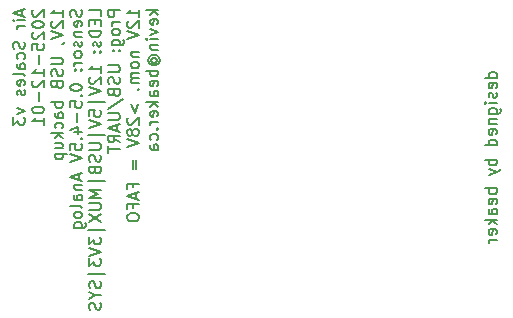
<source format=gbr>
%TF.GenerationSoftware,KiCad,Pcbnew,9.0.3*%
%TF.CreationDate,2025-12-02T23:18:34-08:00*%
%TF.ProjectId,AS 3,41532033-2e6b-4696-9361-645f70636258,V3*%
%TF.SameCoordinates,Original*%
%TF.FileFunction,Legend,Bot*%
%TF.FilePolarity,Positive*%
%FSLAX46Y46*%
G04 Gerber Fmt 4.6, Leading zero omitted, Abs format (unit mm)*
G04 Created by KiCad (PCBNEW 9.0.3) date 2025-12-02 23:18:34*
%MOMM*%
%LPD*%
G01*
G04 APERTURE LIST*
%ADD10C,0.150000*%
%ADD11C,3.600000*%
%ADD12C,5.600000*%
%ADD13R,0.840000X0.840000*%
%ADD14C,0.840000*%
%ADD15C,0.650000*%
%ADD16O,2.100000X1.000000*%
%ADD17O,1.600000X1.000000*%
G04 APERTURE END LIST*
D10*
X52746604Y-59911660D02*
X52746604Y-60387850D01*
X53032319Y-59816422D02*
X52032319Y-60149755D01*
X52032319Y-60149755D02*
X53032319Y-60483088D01*
X53032319Y-60816422D02*
X52365652Y-60816422D01*
X52032319Y-60816422D02*
X52079938Y-60768803D01*
X52079938Y-60768803D02*
X52127557Y-60816422D01*
X52127557Y-60816422D02*
X52079938Y-60864041D01*
X52079938Y-60864041D02*
X52032319Y-60816422D01*
X52032319Y-60816422D02*
X52127557Y-60816422D01*
X53032319Y-61292612D02*
X52365652Y-61292612D01*
X52556128Y-61292612D02*
X52460890Y-61340231D01*
X52460890Y-61340231D02*
X52413271Y-61387850D01*
X52413271Y-61387850D02*
X52365652Y-61483088D01*
X52365652Y-61483088D02*
X52365652Y-61578326D01*
X52984700Y-62625946D02*
X53032319Y-62768803D01*
X53032319Y-62768803D02*
X53032319Y-63006898D01*
X53032319Y-63006898D02*
X52984700Y-63102136D01*
X52984700Y-63102136D02*
X52937080Y-63149755D01*
X52937080Y-63149755D02*
X52841842Y-63197374D01*
X52841842Y-63197374D02*
X52746604Y-63197374D01*
X52746604Y-63197374D02*
X52651366Y-63149755D01*
X52651366Y-63149755D02*
X52603747Y-63102136D01*
X52603747Y-63102136D02*
X52556128Y-63006898D01*
X52556128Y-63006898D02*
X52508509Y-62816422D01*
X52508509Y-62816422D02*
X52460890Y-62721184D01*
X52460890Y-62721184D02*
X52413271Y-62673565D01*
X52413271Y-62673565D02*
X52318033Y-62625946D01*
X52318033Y-62625946D02*
X52222795Y-62625946D01*
X52222795Y-62625946D02*
X52127557Y-62673565D01*
X52127557Y-62673565D02*
X52079938Y-62721184D01*
X52079938Y-62721184D02*
X52032319Y-62816422D01*
X52032319Y-62816422D02*
X52032319Y-63054517D01*
X52032319Y-63054517D02*
X52079938Y-63197374D01*
X52984700Y-64054517D02*
X53032319Y-63959279D01*
X53032319Y-63959279D02*
X53032319Y-63768803D01*
X53032319Y-63768803D02*
X52984700Y-63673565D01*
X52984700Y-63673565D02*
X52937080Y-63625946D01*
X52937080Y-63625946D02*
X52841842Y-63578327D01*
X52841842Y-63578327D02*
X52556128Y-63578327D01*
X52556128Y-63578327D02*
X52460890Y-63625946D01*
X52460890Y-63625946D02*
X52413271Y-63673565D01*
X52413271Y-63673565D02*
X52365652Y-63768803D01*
X52365652Y-63768803D02*
X52365652Y-63959279D01*
X52365652Y-63959279D02*
X52413271Y-64054517D01*
X53032319Y-64911660D02*
X52508509Y-64911660D01*
X52508509Y-64911660D02*
X52413271Y-64864041D01*
X52413271Y-64864041D02*
X52365652Y-64768803D01*
X52365652Y-64768803D02*
X52365652Y-64578327D01*
X52365652Y-64578327D02*
X52413271Y-64483089D01*
X52984700Y-64911660D02*
X53032319Y-64816422D01*
X53032319Y-64816422D02*
X53032319Y-64578327D01*
X53032319Y-64578327D02*
X52984700Y-64483089D01*
X52984700Y-64483089D02*
X52889461Y-64435470D01*
X52889461Y-64435470D02*
X52794223Y-64435470D01*
X52794223Y-64435470D02*
X52698985Y-64483089D01*
X52698985Y-64483089D02*
X52651366Y-64578327D01*
X52651366Y-64578327D02*
X52651366Y-64816422D01*
X52651366Y-64816422D02*
X52603747Y-64911660D01*
X53032319Y-65530708D02*
X52984700Y-65435470D01*
X52984700Y-65435470D02*
X52889461Y-65387851D01*
X52889461Y-65387851D02*
X52032319Y-65387851D01*
X52984700Y-66292613D02*
X53032319Y-66197375D01*
X53032319Y-66197375D02*
X53032319Y-66006899D01*
X53032319Y-66006899D02*
X52984700Y-65911661D01*
X52984700Y-65911661D02*
X52889461Y-65864042D01*
X52889461Y-65864042D02*
X52508509Y-65864042D01*
X52508509Y-65864042D02*
X52413271Y-65911661D01*
X52413271Y-65911661D02*
X52365652Y-66006899D01*
X52365652Y-66006899D02*
X52365652Y-66197375D01*
X52365652Y-66197375D02*
X52413271Y-66292613D01*
X52413271Y-66292613D02*
X52508509Y-66340232D01*
X52508509Y-66340232D02*
X52603747Y-66340232D01*
X52603747Y-66340232D02*
X52698985Y-65864042D01*
X52984700Y-66721185D02*
X53032319Y-66816423D01*
X53032319Y-66816423D02*
X53032319Y-67006899D01*
X53032319Y-67006899D02*
X52984700Y-67102137D01*
X52984700Y-67102137D02*
X52889461Y-67149756D01*
X52889461Y-67149756D02*
X52841842Y-67149756D01*
X52841842Y-67149756D02*
X52746604Y-67102137D01*
X52746604Y-67102137D02*
X52698985Y-67006899D01*
X52698985Y-67006899D02*
X52698985Y-66864042D01*
X52698985Y-66864042D02*
X52651366Y-66768804D01*
X52651366Y-66768804D02*
X52556128Y-66721185D01*
X52556128Y-66721185D02*
X52508509Y-66721185D01*
X52508509Y-66721185D02*
X52413271Y-66768804D01*
X52413271Y-66768804D02*
X52365652Y-66864042D01*
X52365652Y-66864042D02*
X52365652Y-67006899D01*
X52365652Y-67006899D02*
X52413271Y-67102137D01*
X52365652Y-68244995D02*
X53032319Y-68483090D01*
X53032319Y-68483090D02*
X52365652Y-68721185D01*
X52032319Y-69006900D02*
X52032319Y-69625947D01*
X52032319Y-69625947D02*
X52413271Y-69292614D01*
X52413271Y-69292614D02*
X52413271Y-69435471D01*
X52413271Y-69435471D02*
X52460890Y-69530709D01*
X52460890Y-69530709D02*
X52508509Y-69578328D01*
X52508509Y-69578328D02*
X52603747Y-69625947D01*
X52603747Y-69625947D02*
X52841842Y-69625947D01*
X52841842Y-69625947D02*
X52937080Y-69578328D01*
X52937080Y-69578328D02*
X52984700Y-69530709D01*
X52984700Y-69530709D02*
X53032319Y-69435471D01*
X53032319Y-69435471D02*
X53032319Y-69149757D01*
X53032319Y-69149757D02*
X52984700Y-69054519D01*
X52984700Y-69054519D02*
X52937080Y-69006900D01*
X53737501Y-59911660D02*
X53689882Y-59959279D01*
X53689882Y-59959279D02*
X53642263Y-60054517D01*
X53642263Y-60054517D02*
X53642263Y-60292612D01*
X53642263Y-60292612D02*
X53689882Y-60387850D01*
X53689882Y-60387850D02*
X53737501Y-60435469D01*
X53737501Y-60435469D02*
X53832739Y-60483088D01*
X53832739Y-60483088D02*
X53927977Y-60483088D01*
X53927977Y-60483088D02*
X54070834Y-60435469D01*
X54070834Y-60435469D02*
X54642263Y-59864041D01*
X54642263Y-59864041D02*
X54642263Y-60483088D01*
X53642263Y-61102136D02*
X53642263Y-61197374D01*
X53642263Y-61197374D02*
X53689882Y-61292612D01*
X53689882Y-61292612D02*
X53737501Y-61340231D01*
X53737501Y-61340231D02*
X53832739Y-61387850D01*
X53832739Y-61387850D02*
X54023215Y-61435469D01*
X54023215Y-61435469D02*
X54261310Y-61435469D01*
X54261310Y-61435469D02*
X54451786Y-61387850D01*
X54451786Y-61387850D02*
X54547024Y-61340231D01*
X54547024Y-61340231D02*
X54594644Y-61292612D01*
X54594644Y-61292612D02*
X54642263Y-61197374D01*
X54642263Y-61197374D02*
X54642263Y-61102136D01*
X54642263Y-61102136D02*
X54594644Y-61006898D01*
X54594644Y-61006898D02*
X54547024Y-60959279D01*
X54547024Y-60959279D02*
X54451786Y-60911660D01*
X54451786Y-60911660D02*
X54261310Y-60864041D01*
X54261310Y-60864041D02*
X54023215Y-60864041D01*
X54023215Y-60864041D02*
X53832739Y-60911660D01*
X53832739Y-60911660D02*
X53737501Y-60959279D01*
X53737501Y-60959279D02*
X53689882Y-61006898D01*
X53689882Y-61006898D02*
X53642263Y-61102136D01*
X53737501Y-61816422D02*
X53689882Y-61864041D01*
X53689882Y-61864041D02*
X53642263Y-61959279D01*
X53642263Y-61959279D02*
X53642263Y-62197374D01*
X53642263Y-62197374D02*
X53689882Y-62292612D01*
X53689882Y-62292612D02*
X53737501Y-62340231D01*
X53737501Y-62340231D02*
X53832739Y-62387850D01*
X53832739Y-62387850D02*
X53927977Y-62387850D01*
X53927977Y-62387850D02*
X54070834Y-62340231D01*
X54070834Y-62340231D02*
X54642263Y-61768803D01*
X54642263Y-61768803D02*
X54642263Y-62387850D01*
X53642263Y-63292612D02*
X53642263Y-62816422D01*
X53642263Y-62816422D02*
X54118453Y-62768803D01*
X54118453Y-62768803D02*
X54070834Y-62816422D01*
X54070834Y-62816422D02*
X54023215Y-62911660D01*
X54023215Y-62911660D02*
X54023215Y-63149755D01*
X54023215Y-63149755D02*
X54070834Y-63244993D01*
X54070834Y-63244993D02*
X54118453Y-63292612D01*
X54118453Y-63292612D02*
X54213691Y-63340231D01*
X54213691Y-63340231D02*
X54451786Y-63340231D01*
X54451786Y-63340231D02*
X54547024Y-63292612D01*
X54547024Y-63292612D02*
X54594644Y-63244993D01*
X54594644Y-63244993D02*
X54642263Y-63149755D01*
X54642263Y-63149755D02*
X54642263Y-62911660D01*
X54642263Y-62911660D02*
X54594644Y-62816422D01*
X54594644Y-62816422D02*
X54547024Y-62768803D01*
X54261310Y-63768803D02*
X54261310Y-64530708D01*
X54642263Y-65530707D02*
X54642263Y-64959279D01*
X54642263Y-65244993D02*
X53642263Y-65244993D01*
X53642263Y-65244993D02*
X53785120Y-65149755D01*
X53785120Y-65149755D02*
X53880358Y-65054517D01*
X53880358Y-65054517D02*
X53927977Y-64959279D01*
X53737501Y-65911660D02*
X53689882Y-65959279D01*
X53689882Y-65959279D02*
X53642263Y-66054517D01*
X53642263Y-66054517D02*
X53642263Y-66292612D01*
X53642263Y-66292612D02*
X53689882Y-66387850D01*
X53689882Y-66387850D02*
X53737501Y-66435469D01*
X53737501Y-66435469D02*
X53832739Y-66483088D01*
X53832739Y-66483088D02*
X53927977Y-66483088D01*
X53927977Y-66483088D02*
X54070834Y-66435469D01*
X54070834Y-66435469D02*
X54642263Y-65864041D01*
X54642263Y-65864041D02*
X54642263Y-66483088D01*
X54261310Y-66911660D02*
X54261310Y-67673565D01*
X53642263Y-68340231D02*
X53642263Y-68435469D01*
X53642263Y-68435469D02*
X53689882Y-68530707D01*
X53689882Y-68530707D02*
X53737501Y-68578326D01*
X53737501Y-68578326D02*
X53832739Y-68625945D01*
X53832739Y-68625945D02*
X54023215Y-68673564D01*
X54023215Y-68673564D02*
X54261310Y-68673564D01*
X54261310Y-68673564D02*
X54451786Y-68625945D01*
X54451786Y-68625945D02*
X54547024Y-68578326D01*
X54547024Y-68578326D02*
X54594644Y-68530707D01*
X54594644Y-68530707D02*
X54642263Y-68435469D01*
X54642263Y-68435469D02*
X54642263Y-68340231D01*
X54642263Y-68340231D02*
X54594644Y-68244993D01*
X54594644Y-68244993D02*
X54547024Y-68197374D01*
X54547024Y-68197374D02*
X54451786Y-68149755D01*
X54451786Y-68149755D02*
X54261310Y-68102136D01*
X54261310Y-68102136D02*
X54023215Y-68102136D01*
X54023215Y-68102136D02*
X53832739Y-68149755D01*
X53832739Y-68149755D02*
X53737501Y-68197374D01*
X53737501Y-68197374D02*
X53689882Y-68244993D01*
X53689882Y-68244993D02*
X53642263Y-68340231D01*
X54642263Y-69625945D02*
X54642263Y-69054517D01*
X54642263Y-69340231D02*
X53642263Y-69340231D01*
X53642263Y-69340231D02*
X53785120Y-69244993D01*
X53785120Y-69244993D02*
X53880358Y-69149755D01*
X53880358Y-69149755D02*
X53927977Y-69054517D01*
X56252207Y-60483088D02*
X56252207Y-59911660D01*
X56252207Y-60197374D02*
X55252207Y-60197374D01*
X55252207Y-60197374D02*
X55395064Y-60102136D01*
X55395064Y-60102136D02*
X55490302Y-60006898D01*
X55490302Y-60006898D02*
X55537921Y-59911660D01*
X55347445Y-60864041D02*
X55299826Y-60911660D01*
X55299826Y-60911660D02*
X55252207Y-61006898D01*
X55252207Y-61006898D02*
X55252207Y-61244993D01*
X55252207Y-61244993D02*
X55299826Y-61340231D01*
X55299826Y-61340231D02*
X55347445Y-61387850D01*
X55347445Y-61387850D02*
X55442683Y-61435469D01*
X55442683Y-61435469D02*
X55537921Y-61435469D01*
X55537921Y-61435469D02*
X55680778Y-61387850D01*
X55680778Y-61387850D02*
X56252207Y-60816422D01*
X56252207Y-60816422D02*
X56252207Y-61435469D01*
X55252207Y-61721184D02*
X56252207Y-62054517D01*
X56252207Y-62054517D02*
X55252207Y-62387850D01*
X56204588Y-62768803D02*
X56252207Y-62768803D01*
X56252207Y-62768803D02*
X56347445Y-62721184D01*
X56347445Y-62721184D02*
X56395064Y-62673565D01*
X55252207Y-63959279D02*
X56061730Y-63959279D01*
X56061730Y-63959279D02*
X56156968Y-64006898D01*
X56156968Y-64006898D02*
X56204588Y-64054517D01*
X56204588Y-64054517D02*
X56252207Y-64149755D01*
X56252207Y-64149755D02*
X56252207Y-64340231D01*
X56252207Y-64340231D02*
X56204588Y-64435469D01*
X56204588Y-64435469D02*
X56156968Y-64483088D01*
X56156968Y-64483088D02*
X56061730Y-64530707D01*
X56061730Y-64530707D02*
X55252207Y-64530707D01*
X56204588Y-64959279D02*
X56252207Y-65102136D01*
X56252207Y-65102136D02*
X56252207Y-65340231D01*
X56252207Y-65340231D02*
X56204588Y-65435469D01*
X56204588Y-65435469D02*
X56156968Y-65483088D01*
X56156968Y-65483088D02*
X56061730Y-65530707D01*
X56061730Y-65530707D02*
X55966492Y-65530707D01*
X55966492Y-65530707D02*
X55871254Y-65483088D01*
X55871254Y-65483088D02*
X55823635Y-65435469D01*
X55823635Y-65435469D02*
X55776016Y-65340231D01*
X55776016Y-65340231D02*
X55728397Y-65149755D01*
X55728397Y-65149755D02*
X55680778Y-65054517D01*
X55680778Y-65054517D02*
X55633159Y-65006898D01*
X55633159Y-65006898D02*
X55537921Y-64959279D01*
X55537921Y-64959279D02*
X55442683Y-64959279D01*
X55442683Y-64959279D02*
X55347445Y-65006898D01*
X55347445Y-65006898D02*
X55299826Y-65054517D01*
X55299826Y-65054517D02*
X55252207Y-65149755D01*
X55252207Y-65149755D02*
X55252207Y-65387850D01*
X55252207Y-65387850D02*
X55299826Y-65530707D01*
X55728397Y-66292612D02*
X55776016Y-66435469D01*
X55776016Y-66435469D02*
X55823635Y-66483088D01*
X55823635Y-66483088D02*
X55918873Y-66530707D01*
X55918873Y-66530707D02*
X56061730Y-66530707D01*
X56061730Y-66530707D02*
X56156968Y-66483088D01*
X56156968Y-66483088D02*
X56204588Y-66435469D01*
X56204588Y-66435469D02*
X56252207Y-66340231D01*
X56252207Y-66340231D02*
X56252207Y-65959279D01*
X56252207Y-65959279D02*
X55252207Y-65959279D01*
X55252207Y-65959279D02*
X55252207Y-66292612D01*
X55252207Y-66292612D02*
X55299826Y-66387850D01*
X55299826Y-66387850D02*
X55347445Y-66435469D01*
X55347445Y-66435469D02*
X55442683Y-66483088D01*
X55442683Y-66483088D02*
X55537921Y-66483088D01*
X55537921Y-66483088D02*
X55633159Y-66435469D01*
X55633159Y-66435469D02*
X55680778Y-66387850D01*
X55680778Y-66387850D02*
X55728397Y-66292612D01*
X55728397Y-66292612D02*
X55728397Y-65959279D01*
X56252207Y-67721184D02*
X55252207Y-67721184D01*
X55633159Y-67721184D02*
X55585540Y-67816422D01*
X55585540Y-67816422D02*
X55585540Y-68006898D01*
X55585540Y-68006898D02*
X55633159Y-68102136D01*
X55633159Y-68102136D02*
X55680778Y-68149755D01*
X55680778Y-68149755D02*
X55776016Y-68197374D01*
X55776016Y-68197374D02*
X56061730Y-68197374D01*
X56061730Y-68197374D02*
X56156968Y-68149755D01*
X56156968Y-68149755D02*
X56204588Y-68102136D01*
X56204588Y-68102136D02*
X56252207Y-68006898D01*
X56252207Y-68006898D02*
X56252207Y-67816422D01*
X56252207Y-67816422D02*
X56204588Y-67721184D01*
X56252207Y-69054517D02*
X55728397Y-69054517D01*
X55728397Y-69054517D02*
X55633159Y-69006898D01*
X55633159Y-69006898D02*
X55585540Y-68911660D01*
X55585540Y-68911660D02*
X55585540Y-68721184D01*
X55585540Y-68721184D02*
X55633159Y-68625946D01*
X56204588Y-69054517D02*
X56252207Y-68959279D01*
X56252207Y-68959279D02*
X56252207Y-68721184D01*
X56252207Y-68721184D02*
X56204588Y-68625946D01*
X56204588Y-68625946D02*
X56109349Y-68578327D01*
X56109349Y-68578327D02*
X56014111Y-68578327D01*
X56014111Y-68578327D02*
X55918873Y-68625946D01*
X55918873Y-68625946D02*
X55871254Y-68721184D01*
X55871254Y-68721184D02*
X55871254Y-68959279D01*
X55871254Y-68959279D02*
X55823635Y-69054517D01*
X56204588Y-69959279D02*
X56252207Y-69864041D01*
X56252207Y-69864041D02*
X56252207Y-69673565D01*
X56252207Y-69673565D02*
X56204588Y-69578327D01*
X56204588Y-69578327D02*
X56156968Y-69530708D01*
X56156968Y-69530708D02*
X56061730Y-69483089D01*
X56061730Y-69483089D02*
X55776016Y-69483089D01*
X55776016Y-69483089D02*
X55680778Y-69530708D01*
X55680778Y-69530708D02*
X55633159Y-69578327D01*
X55633159Y-69578327D02*
X55585540Y-69673565D01*
X55585540Y-69673565D02*
X55585540Y-69864041D01*
X55585540Y-69864041D02*
X55633159Y-69959279D01*
X56252207Y-70387851D02*
X55252207Y-70387851D01*
X55871254Y-70483089D02*
X56252207Y-70768803D01*
X55585540Y-70768803D02*
X55966492Y-70387851D01*
X55585540Y-71625946D02*
X56252207Y-71625946D01*
X55585540Y-71197375D02*
X56109349Y-71197375D01*
X56109349Y-71197375D02*
X56204588Y-71244994D01*
X56204588Y-71244994D02*
X56252207Y-71340232D01*
X56252207Y-71340232D02*
X56252207Y-71483089D01*
X56252207Y-71483089D02*
X56204588Y-71578327D01*
X56204588Y-71578327D02*
X56156968Y-71625946D01*
X55585540Y-72102137D02*
X56585540Y-72102137D01*
X55633159Y-72102137D02*
X55585540Y-72197375D01*
X55585540Y-72197375D02*
X55585540Y-72387851D01*
X55585540Y-72387851D02*
X55633159Y-72483089D01*
X55633159Y-72483089D02*
X55680778Y-72530708D01*
X55680778Y-72530708D02*
X55776016Y-72578327D01*
X55776016Y-72578327D02*
X56061730Y-72578327D01*
X56061730Y-72578327D02*
X56156968Y-72530708D01*
X56156968Y-72530708D02*
X56204588Y-72483089D01*
X56204588Y-72483089D02*
X56252207Y-72387851D01*
X56252207Y-72387851D02*
X56252207Y-72197375D01*
X56252207Y-72197375D02*
X56204588Y-72102137D01*
X57814532Y-59911660D02*
X57862151Y-60054517D01*
X57862151Y-60054517D02*
X57862151Y-60292612D01*
X57862151Y-60292612D02*
X57814532Y-60387850D01*
X57814532Y-60387850D02*
X57766912Y-60435469D01*
X57766912Y-60435469D02*
X57671674Y-60483088D01*
X57671674Y-60483088D02*
X57576436Y-60483088D01*
X57576436Y-60483088D02*
X57481198Y-60435469D01*
X57481198Y-60435469D02*
X57433579Y-60387850D01*
X57433579Y-60387850D02*
X57385960Y-60292612D01*
X57385960Y-60292612D02*
X57338341Y-60102136D01*
X57338341Y-60102136D02*
X57290722Y-60006898D01*
X57290722Y-60006898D02*
X57243103Y-59959279D01*
X57243103Y-59959279D02*
X57147865Y-59911660D01*
X57147865Y-59911660D02*
X57052627Y-59911660D01*
X57052627Y-59911660D02*
X56957389Y-59959279D01*
X56957389Y-59959279D02*
X56909770Y-60006898D01*
X56909770Y-60006898D02*
X56862151Y-60102136D01*
X56862151Y-60102136D02*
X56862151Y-60340231D01*
X56862151Y-60340231D02*
X56909770Y-60483088D01*
X57814532Y-61292612D02*
X57862151Y-61197374D01*
X57862151Y-61197374D02*
X57862151Y-61006898D01*
X57862151Y-61006898D02*
X57814532Y-60911660D01*
X57814532Y-60911660D02*
X57719293Y-60864041D01*
X57719293Y-60864041D02*
X57338341Y-60864041D01*
X57338341Y-60864041D02*
X57243103Y-60911660D01*
X57243103Y-60911660D02*
X57195484Y-61006898D01*
X57195484Y-61006898D02*
X57195484Y-61197374D01*
X57195484Y-61197374D02*
X57243103Y-61292612D01*
X57243103Y-61292612D02*
X57338341Y-61340231D01*
X57338341Y-61340231D02*
X57433579Y-61340231D01*
X57433579Y-61340231D02*
X57528817Y-60864041D01*
X57195484Y-61768803D02*
X57862151Y-61768803D01*
X57290722Y-61768803D02*
X57243103Y-61816422D01*
X57243103Y-61816422D02*
X57195484Y-61911660D01*
X57195484Y-61911660D02*
X57195484Y-62054517D01*
X57195484Y-62054517D02*
X57243103Y-62149755D01*
X57243103Y-62149755D02*
X57338341Y-62197374D01*
X57338341Y-62197374D02*
X57862151Y-62197374D01*
X57814532Y-62625946D02*
X57862151Y-62721184D01*
X57862151Y-62721184D02*
X57862151Y-62911660D01*
X57862151Y-62911660D02*
X57814532Y-63006898D01*
X57814532Y-63006898D02*
X57719293Y-63054517D01*
X57719293Y-63054517D02*
X57671674Y-63054517D01*
X57671674Y-63054517D02*
X57576436Y-63006898D01*
X57576436Y-63006898D02*
X57528817Y-62911660D01*
X57528817Y-62911660D02*
X57528817Y-62768803D01*
X57528817Y-62768803D02*
X57481198Y-62673565D01*
X57481198Y-62673565D02*
X57385960Y-62625946D01*
X57385960Y-62625946D02*
X57338341Y-62625946D01*
X57338341Y-62625946D02*
X57243103Y-62673565D01*
X57243103Y-62673565D02*
X57195484Y-62768803D01*
X57195484Y-62768803D02*
X57195484Y-62911660D01*
X57195484Y-62911660D02*
X57243103Y-63006898D01*
X57862151Y-63625946D02*
X57814532Y-63530708D01*
X57814532Y-63530708D02*
X57766912Y-63483089D01*
X57766912Y-63483089D02*
X57671674Y-63435470D01*
X57671674Y-63435470D02*
X57385960Y-63435470D01*
X57385960Y-63435470D02*
X57290722Y-63483089D01*
X57290722Y-63483089D02*
X57243103Y-63530708D01*
X57243103Y-63530708D02*
X57195484Y-63625946D01*
X57195484Y-63625946D02*
X57195484Y-63768803D01*
X57195484Y-63768803D02*
X57243103Y-63864041D01*
X57243103Y-63864041D02*
X57290722Y-63911660D01*
X57290722Y-63911660D02*
X57385960Y-63959279D01*
X57385960Y-63959279D02*
X57671674Y-63959279D01*
X57671674Y-63959279D02*
X57766912Y-63911660D01*
X57766912Y-63911660D02*
X57814532Y-63864041D01*
X57814532Y-63864041D02*
X57862151Y-63768803D01*
X57862151Y-63768803D02*
X57862151Y-63625946D01*
X57862151Y-64387851D02*
X57195484Y-64387851D01*
X57385960Y-64387851D02*
X57290722Y-64435470D01*
X57290722Y-64435470D02*
X57243103Y-64483089D01*
X57243103Y-64483089D02*
X57195484Y-64578327D01*
X57195484Y-64578327D02*
X57195484Y-64673565D01*
X57766912Y-65006899D02*
X57814532Y-65054518D01*
X57814532Y-65054518D02*
X57862151Y-65006899D01*
X57862151Y-65006899D02*
X57814532Y-64959280D01*
X57814532Y-64959280D02*
X57766912Y-65006899D01*
X57766912Y-65006899D02*
X57862151Y-65006899D01*
X57243103Y-65006899D02*
X57290722Y-65054518D01*
X57290722Y-65054518D02*
X57338341Y-65006899D01*
X57338341Y-65006899D02*
X57290722Y-64959280D01*
X57290722Y-64959280D02*
X57243103Y-65006899D01*
X57243103Y-65006899D02*
X57338341Y-65006899D01*
X56862151Y-66435470D02*
X56862151Y-66530708D01*
X56862151Y-66530708D02*
X56909770Y-66625946D01*
X56909770Y-66625946D02*
X56957389Y-66673565D01*
X56957389Y-66673565D02*
X57052627Y-66721184D01*
X57052627Y-66721184D02*
X57243103Y-66768803D01*
X57243103Y-66768803D02*
X57481198Y-66768803D01*
X57481198Y-66768803D02*
X57671674Y-66721184D01*
X57671674Y-66721184D02*
X57766912Y-66673565D01*
X57766912Y-66673565D02*
X57814532Y-66625946D01*
X57814532Y-66625946D02*
X57862151Y-66530708D01*
X57862151Y-66530708D02*
X57862151Y-66435470D01*
X57862151Y-66435470D02*
X57814532Y-66340232D01*
X57814532Y-66340232D02*
X57766912Y-66292613D01*
X57766912Y-66292613D02*
X57671674Y-66244994D01*
X57671674Y-66244994D02*
X57481198Y-66197375D01*
X57481198Y-66197375D02*
X57243103Y-66197375D01*
X57243103Y-66197375D02*
X57052627Y-66244994D01*
X57052627Y-66244994D02*
X56957389Y-66292613D01*
X56957389Y-66292613D02*
X56909770Y-66340232D01*
X56909770Y-66340232D02*
X56862151Y-66435470D01*
X57766912Y-67197375D02*
X57814532Y-67244994D01*
X57814532Y-67244994D02*
X57862151Y-67197375D01*
X57862151Y-67197375D02*
X57814532Y-67149756D01*
X57814532Y-67149756D02*
X57766912Y-67197375D01*
X57766912Y-67197375D02*
X57862151Y-67197375D01*
X56862151Y-68149755D02*
X56862151Y-67673565D01*
X56862151Y-67673565D02*
X57338341Y-67625946D01*
X57338341Y-67625946D02*
X57290722Y-67673565D01*
X57290722Y-67673565D02*
X57243103Y-67768803D01*
X57243103Y-67768803D02*
X57243103Y-68006898D01*
X57243103Y-68006898D02*
X57290722Y-68102136D01*
X57290722Y-68102136D02*
X57338341Y-68149755D01*
X57338341Y-68149755D02*
X57433579Y-68197374D01*
X57433579Y-68197374D02*
X57671674Y-68197374D01*
X57671674Y-68197374D02*
X57766912Y-68149755D01*
X57766912Y-68149755D02*
X57814532Y-68102136D01*
X57814532Y-68102136D02*
X57862151Y-68006898D01*
X57862151Y-68006898D02*
X57862151Y-67768803D01*
X57862151Y-67768803D02*
X57814532Y-67673565D01*
X57814532Y-67673565D02*
X57766912Y-67625946D01*
X57481198Y-68625946D02*
X57481198Y-69387851D01*
X57195484Y-70292612D02*
X57862151Y-70292612D01*
X56814532Y-70054517D02*
X57528817Y-69816422D01*
X57528817Y-69816422D02*
X57528817Y-70435469D01*
X57766912Y-70816422D02*
X57814532Y-70864041D01*
X57814532Y-70864041D02*
X57862151Y-70816422D01*
X57862151Y-70816422D02*
X57814532Y-70768803D01*
X57814532Y-70768803D02*
X57766912Y-70816422D01*
X57766912Y-70816422D02*
X57862151Y-70816422D01*
X56862151Y-71768802D02*
X56862151Y-71292612D01*
X56862151Y-71292612D02*
X57338341Y-71244993D01*
X57338341Y-71244993D02*
X57290722Y-71292612D01*
X57290722Y-71292612D02*
X57243103Y-71387850D01*
X57243103Y-71387850D02*
X57243103Y-71625945D01*
X57243103Y-71625945D02*
X57290722Y-71721183D01*
X57290722Y-71721183D02*
X57338341Y-71768802D01*
X57338341Y-71768802D02*
X57433579Y-71816421D01*
X57433579Y-71816421D02*
X57671674Y-71816421D01*
X57671674Y-71816421D02*
X57766912Y-71768802D01*
X57766912Y-71768802D02*
X57814532Y-71721183D01*
X57814532Y-71721183D02*
X57862151Y-71625945D01*
X57862151Y-71625945D02*
X57862151Y-71387850D01*
X57862151Y-71387850D02*
X57814532Y-71292612D01*
X57814532Y-71292612D02*
X57766912Y-71244993D01*
X56862151Y-72102136D02*
X57862151Y-72435469D01*
X57862151Y-72435469D02*
X56862151Y-72768802D01*
X57576436Y-73816422D02*
X57576436Y-74292612D01*
X57862151Y-73721184D02*
X56862151Y-74054517D01*
X56862151Y-74054517D02*
X57862151Y-74387850D01*
X57195484Y-74721184D02*
X57862151Y-74721184D01*
X57290722Y-74721184D02*
X57243103Y-74768803D01*
X57243103Y-74768803D02*
X57195484Y-74864041D01*
X57195484Y-74864041D02*
X57195484Y-75006898D01*
X57195484Y-75006898D02*
X57243103Y-75102136D01*
X57243103Y-75102136D02*
X57338341Y-75149755D01*
X57338341Y-75149755D02*
X57862151Y-75149755D01*
X57862151Y-76054517D02*
X57338341Y-76054517D01*
X57338341Y-76054517D02*
X57243103Y-76006898D01*
X57243103Y-76006898D02*
X57195484Y-75911660D01*
X57195484Y-75911660D02*
X57195484Y-75721184D01*
X57195484Y-75721184D02*
X57243103Y-75625946D01*
X57814532Y-76054517D02*
X57862151Y-75959279D01*
X57862151Y-75959279D02*
X57862151Y-75721184D01*
X57862151Y-75721184D02*
X57814532Y-75625946D01*
X57814532Y-75625946D02*
X57719293Y-75578327D01*
X57719293Y-75578327D02*
X57624055Y-75578327D01*
X57624055Y-75578327D02*
X57528817Y-75625946D01*
X57528817Y-75625946D02*
X57481198Y-75721184D01*
X57481198Y-75721184D02*
X57481198Y-75959279D01*
X57481198Y-75959279D02*
X57433579Y-76054517D01*
X57862151Y-76673565D02*
X57814532Y-76578327D01*
X57814532Y-76578327D02*
X57719293Y-76530708D01*
X57719293Y-76530708D02*
X56862151Y-76530708D01*
X57862151Y-77197375D02*
X57814532Y-77102137D01*
X57814532Y-77102137D02*
X57766912Y-77054518D01*
X57766912Y-77054518D02*
X57671674Y-77006899D01*
X57671674Y-77006899D02*
X57385960Y-77006899D01*
X57385960Y-77006899D02*
X57290722Y-77054518D01*
X57290722Y-77054518D02*
X57243103Y-77102137D01*
X57243103Y-77102137D02*
X57195484Y-77197375D01*
X57195484Y-77197375D02*
X57195484Y-77340232D01*
X57195484Y-77340232D02*
X57243103Y-77435470D01*
X57243103Y-77435470D02*
X57290722Y-77483089D01*
X57290722Y-77483089D02*
X57385960Y-77530708D01*
X57385960Y-77530708D02*
X57671674Y-77530708D01*
X57671674Y-77530708D02*
X57766912Y-77483089D01*
X57766912Y-77483089D02*
X57814532Y-77435470D01*
X57814532Y-77435470D02*
X57862151Y-77340232D01*
X57862151Y-77340232D02*
X57862151Y-77197375D01*
X57195484Y-78387851D02*
X58005008Y-78387851D01*
X58005008Y-78387851D02*
X58100246Y-78340232D01*
X58100246Y-78340232D02*
X58147865Y-78292613D01*
X58147865Y-78292613D02*
X58195484Y-78197375D01*
X58195484Y-78197375D02*
X58195484Y-78054518D01*
X58195484Y-78054518D02*
X58147865Y-77959280D01*
X57814532Y-78387851D02*
X57862151Y-78292613D01*
X57862151Y-78292613D02*
X57862151Y-78102137D01*
X57862151Y-78102137D02*
X57814532Y-78006899D01*
X57814532Y-78006899D02*
X57766912Y-77959280D01*
X57766912Y-77959280D02*
X57671674Y-77911661D01*
X57671674Y-77911661D02*
X57385960Y-77911661D01*
X57385960Y-77911661D02*
X57290722Y-77959280D01*
X57290722Y-77959280D02*
X57243103Y-78006899D01*
X57243103Y-78006899D02*
X57195484Y-78102137D01*
X57195484Y-78102137D02*
X57195484Y-78292613D01*
X57195484Y-78292613D02*
X57243103Y-78387851D01*
X59472095Y-60435469D02*
X59472095Y-59959279D01*
X59472095Y-59959279D02*
X58472095Y-59959279D01*
X58948285Y-60768803D02*
X58948285Y-61102136D01*
X59472095Y-61244993D02*
X59472095Y-60768803D01*
X59472095Y-60768803D02*
X58472095Y-60768803D01*
X58472095Y-60768803D02*
X58472095Y-61244993D01*
X59472095Y-61673565D02*
X58472095Y-61673565D01*
X58472095Y-61673565D02*
X58472095Y-61911660D01*
X58472095Y-61911660D02*
X58519714Y-62054517D01*
X58519714Y-62054517D02*
X58614952Y-62149755D01*
X58614952Y-62149755D02*
X58710190Y-62197374D01*
X58710190Y-62197374D02*
X58900666Y-62244993D01*
X58900666Y-62244993D02*
X59043523Y-62244993D01*
X59043523Y-62244993D02*
X59233999Y-62197374D01*
X59233999Y-62197374D02*
X59329237Y-62149755D01*
X59329237Y-62149755D02*
X59424476Y-62054517D01*
X59424476Y-62054517D02*
X59472095Y-61911660D01*
X59472095Y-61911660D02*
X59472095Y-61673565D01*
X59424476Y-62625946D02*
X59472095Y-62721184D01*
X59472095Y-62721184D02*
X59472095Y-62911660D01*
X59472095Y-62911660D02*
X59424476Y-63006898D01*
X59424476Y-63006898D02*
X59329237Y-63054517D01*
X59329237Y-63054517D02*
X59281618Y-63054517D01*
X59281618Y-63054517D02*
X59186380Y-63006898D01*
X59186380Y-63006898D02*
X59138761Y-62911660D01*
X59138761Y-62911660D02*
X59138761Y-62768803D01*
X59138761Y-62768803D02*
X59091142Y-62673565D01*
X59091142Y-62673565D02*
X58995904Y-62625946D01*
X58995904Y-62625946D02*
X58948285Y-62625946D01*
X58948285Y-62625946D02*
X58853047Y-62673565D01*
X58853047Y-62673565D02*
X58805428Y-62768803D01*
X58805428Y-62768803D02*
X58805428Y-62911660D01*
X58805428Y-62911660D02*
X58853047Y-63006898D01*
X59376856Y-63483089D02*
X59424476Y-63530708D01*
X59424476Y-63530708D02*
X59472095Y-63483089D01*
X59472095Y-63483089D02*
X59424476Y-63435470D01*
X59424476Y-63435470D02*
X59376856Y-63483089D01*
X59376856Y-63483089D02*
X59472095Y-63483089D01*
X58853047Y-63483089D02*
X58900666Y-63530708D01*
X58900666Y-63530708D02*
X58948285Y-63483089D01*
X58948285Y-63483089D02*
X58900666Y-63435470D01*
X58900666Y-63435470D02*
X58853047Y-63483089D01*
X58853047Y-63483089D02*
X58948285Y-63483089D01*
X59472095Y-65244993D02*
X59472095Y-64673565D01*
X59472095Y-64959279D02*
X58472095Y-64959279D01*
X58472095Y-64959279D02*
X58614952Y-64864041D01*
X58614952Y-64864041D02*
X58710190Y-64768803D01*
X58710190Y-64768803D02*
X58757809Y-64673565D01*
X58567333Y-65625946D02*
X58519714Y-65673565D01*
X58519714Y-65673565D02*
X58472095Y-65768803D01*
X58472095Y-65768803D02*
X58472095Y-66006898D01*
X58472095Y-66006898D02*
X58519714Y-66102136D01*
X58519714Y-66102136D02*
X58567333Y-66149755D01*
X58567333Y-66149755D02*
X58662571Y-66197374D01*
X58662571Y-66197374D02*
X58757809Y-66197374D01*
X58757809Y-66197374D02*
X58900666Y-66149755D01*
X58900666Y-66149755D02*
X59472095Y-65578327D01*
X59472095Y-65578327D02*
X59472095Y-66197374D01*
X58472095Y-66483089D02*
X59472095Y-66816422D01*
X59472095Y-66816422D02*
X58472095Y-67149755D01*
X59805428Y-67721184D02*
X58376856Y-67721184D01*
X58472095Y-68911660D02*
X58472095Y-68435470D01*
X58472095Y-68435470D02*
X58948285Y-68387851D01*
X58948285Y-68387851D02*
X58900666Y-68435470D01*
X58900666Y-68435470D02*
X58853047Y-68530708D01*
X58853047Y-68530708D02*
X58853047Y-68768803D01*
X58853047Y-68768803D02*
X58900666Y-68864041D01*
X58900666Y-68864041D02*
X58948285Y-68911660D01*
X58948285Y-68911660D02*
X59043523Y-68959279D01*
X59043523Y-68959279D02*
X59281618Y-68959279D01*
X59281618Y-68959279D02*
X59376856Y-68911660D01*
X59376856Y-68911660D02*
X59424476Y-68864041D01*
X59424476Y-68864041D02*
X59472095Y-68768803D01*
X59472095Y-68768803D02*
X59472095Y-68530708D01*
X59472095Y-68530708D02*
X59424476Y-68435470D01*
X59424476Y-68435470D02*
X59376856Y-68387851D01*
X58472095Y-69244994D02*
X59472095Y-69578327D01*
X59472095Y-69578327D02*
X58472095Y-69911660D01*
X59805428Y-70483089D02*
X58376856Y-70483089D01*
X58472095Y-71197375D02*
X59281618Y-71197375D01*
X59281618Y-71197375D02*
X59376856Y-71244994D01*
X59376856Y-71244994D02*
X59424476Y-71292613D01*
X59424476Y-71292613D02*
X59472095Y-71387851D01*
X59472095Y-71387851D02*
X59472095Y-71578327D01*
X59472095Y-71578327D02*
X59424476Y-71673565D01*
X59424476Y-71673565D02*
X59376856Y-71721184D01*
X59376856Y-71721184D02*
X59281618Y-71768803D01*
X59281618Y-71768803D02*
X58472095Y-71768803D01*
X59424476Y-72197375D02*
X59472095Y-72340232D01*
X59472095Y-72340232D02*
X59472095Y-72578327D01*
X59472095Y-72578327D02*
X59424476Y-72673565D01*
X59424476Y-72673565D02*
X59376856Y-72721184D01*
X59376856Y-72721184D02*
X59281618Y-72768803D01*
X59281618Y-72768803D02*
X59186380Y-72768803D01*
X59186380Y-72768803D02*
X59091142Y-72721184D01*
X59091142Y-72721184D02*
X59043523Y-72673565D01*
X59043523Y-72673565D02*
X58995904Y-72578327D01*
X58995904Y-72578327D02*
X58948285Y-72387851D01*
X58948285Y-72387851D02*
X58900666Y-72292613D01*
X58900666Y-72292613D02*
X58853047Y-72244994D01*
X58853047Y-72244994D02*
X58757809Y-72197375D01*
X58757809Y-72197375D02*
X58662571Y-72197375D01*
X58662571Y-72197375D02*
X58567333Y-72244994D01*
X58567333Y-72244994D02*
X58519714Y-72292613D01*
X58519714Y-72292613D02*
X58472095Y-72387851D01*
X58472095Y-72387851D02*
X58472095Y-72625946D01*
X58472095Y-72625946D02*
X58519714Y-72768803D01*
X58948285Y-73530708D02*
X58995904Y-73673565D01*
X58995904Y-73673565D02*
X59043523Y-73721184D01*
X59043523Y-73721184D02*
X59138761Y-73768803D01*
X59138761Y-73768803D02*
X59281618Y-73768803D01*
X59281618Y-73768803D02*
X59376856Y-73721184D01*
X59376856Y-73721184D02*
X59424476Y-73673565D01*
X59424476Y-73673565D02*
X59472095Y-73578327D01*
X59472095Y-73578327D02*
X59472095Y-73197375D01*
X59472095Y-73197375D02*
X58472095Y-73197375D01*
X58472095Y-73197375D02*
X58472095Y-73530708D01*
X58472095Y-73530708D02*
X58519714Y-73625946D01*
X58519714Y-73625946D02*
X58567333Y-73673565D01*
X58567333Y-73673565D02*
X58662571Y-73721184D01*
X58662571Y-73721184D02*
X58757809Y-73721184D01*
X58757809Y-73721184D02*
X58853047Y-73673565D01*
X58853047Y-73673565D02*
X58900666Y-73625946D01*
X58900666Y-73625946D02*
X58948285Y-73530708D01*
X58948285Y-73530708D02*
X58948285Y-73197375D01*
X59805428Y-74435470D02*
X58376856Y-74435470D01*
X59472095Y-75149756D02*
X58472095Y-75149756D01*
X58472095Y-75149756D02*
X59186380Y-75483089D01*
X59186380Y-75483089D02*
X58472095Y-75816422D01*
X58472095Y-75816422D02*
X59472095Y-75816422D01*
X58472095Y-76292613D02*
X59281618Y-76292613D01*
X59281618Y-76292613D02*
X59376856Y-76340232D01*
X59376856Y-76340232D02*
X59424476Y-76387851D01*
X59424476Y-76387851D02*
X59472095Y-76483089D01*
X59472095Y-76483089D02*
X59472095Y-76673565D01*
X59472095Y-76673565D02*
X59424476Y-76768803D01*
X59424476Y-76768803D02*
X59376856Y-76816422D01*
X59376856Y-76816422D02*
X59281618Y-76864041D01*
X59281618Y-76864041D02*
X58472095Y-76864041D01*
X58472095Y-77244994D02*
X59472095Y-77911660D01*
X58472095Y-77911660D02*
X59472095Y-77244994D01*
X59805428Y-78530708D02*
X58376856Y-78530708D01*
X58472095Y-79149756D02*
X58472095Y-79768803D01*
X58472095Y-79768803D02*
X58853047Y-79435470D01*
X58853047Y-79435470D02*
X58853047Y-79578327D01*
X58853047Y-79578327D02*
X58900666Y-79673565D01*
X58900666Y-79673565D02*
X58948285Y-79721184D01*
X58948285Y-79721184D02*
X59043523Y-79768803D01*
X59043523Y-79768803D02*
X59281618Y-79768803D01*
X59281618Y-79768803D02*
X59376856Y-79721184D01*
X59376856Y-79721184D02*
X59424476Y-79673565D01*
X59424476Y-79673565D02*
X59472095Y-79578327D01*
X59472095Y-79578327D02*
X59472095Y-79292613D01*
X59472095Y-79292613D02*
X59424476Y-79197375D01*
X59424476Y-79197375D02*
X59376856Y-79149756D01*
X58472095Y-80054518D02*
X59472095Y-80387851D01*
X59472095Y-80387851D02*
X58472095Y-80721184D01*
X58472095Y-80959280D02*
X58472095Y-81578327D01*
X58472095Y-81578327D02*
X58853047Y-81244994D01*
X58853047Y-81244994D02*
X58853047Y-81387851D01*
X58853047Y-81387851D02*
X58900666Y-81483089D01*
X58900666Y-81483089D02*
X58948285Y-81530708D01*
X58948285Y-81530708D02*
X59043523Y-81578327D01*
X59043523Y-81578327D02*
X59281618Y-81578327D01*
X59281618Y-81578327D02*
X59376856Y-81530708D01*
X59376856Y-81530708D02*
X59424476Y-81483089D01*
X59424476Y-81483089D02*
X59472095Y-81387851D01*
X59472095Y-81387851D02*
X59472095Y-81102137D01*
X59472095Y-81102137D02*
X59424476Y-81006899D01*
X59424476Y-81006899D02*
X59376856Y-80959280D01*
X59805428Y-82244994D02*
X58376856Y-82244994D01*
X59424476Y-82911661D02*
X59472095Y-83054518D01*
X59472095Y-83054518D02*
X59472095Y-83292613D01*
X59472095Y-83292613D02*
X59424476Y-83387851D01*
X59424476Y-83387851D02*
X59376856Y-83435470D01*
X59376856Y-83435470D02*
X59281618Y-83483089D01*
X59281618Y-83483089D02*
X59186380Y-83483089D01*
X59186380Y-83483089D02*
X59091142Y-83435470D01*
X59091142Y-83435470D02*
X59043523Y-83387851D01*
X59043523Y-83387851D02*
X58995904Y-83292613D01*
X58995904Y-83292613D02*
X58948285Y-83102137D01*
X58948285Y-83102137D02*
X58900666Y-83006899D01*
X58900666Y-83006899D02*
X58853047Y-82959280D01*
X58853047Y-82959280D02*
X58757809Y-82911661D01*
X58757809Y-82911661D02*
X58662571Y-82911661D01*
X58662571Y-82911661D02*
X58567333Y-82959280D01*
X58567333Y-82959280D02*
X58519714Y-83006899D01*
X58519714Y-83006899D02*
X58472095Y-83102137D01*
X58472095Y-83102137D02*
X58472095Y-83340232D01*
X58472095Y-83340232D02*
X58519714Y-83483089D01*
X58995904Y-84102137D02*
X59472095Y-84102137D01*
X58472095Y-83768804D02*
X58995904Y-84102137D01*
X58995904Y-84102137D02*
X58472095Y-84435470D01*
X59424476Y-84721185D02*
X59472095Y-84864042D01*
X59472095Y-84864042D02*
X59472095Y-85102137D01*
X59472095Y-85102137D02*
X59424476Y-85197375D01*
X59424476Y-85197375D02*
X59376856Y-85244994D01*
X59376856Y-85244994D02*
X59281618Y-85292613D01*
X59281618Y-85292613D02*
X59186380Y-85292613D01*
X59186380Y-85292613D02*
X59091142Y-85244994D01*
X59091142Y-85244994D02*
X59043523Y-85197375D01*
X59043523Y-85197375D02*
X58995904Y-85102137D01*
X58995904Y-85102137D02*
X58948285Y-84911661D01*
X58948285Y-84911661D02*
X58900666Y-84816423D01*
X58900666Y-84816423D02*
X58853047Y-84768804D01*
X58853047Y-84768804D02*
X58757809Y-84721185D01*
X58757809Y-84721185D02*
X58662571Y-84721185D01*
X58662571Y-84721185D02*
X58567333Y-84768804D01*
X58567333Y-84768804D02*
X58519714Y-84816423D01*
X58519714Y-84816423D02*
X58472095Y-84911661D01*
X58472095Y-84911661D02*
X58472095Y-85149756D01*
X58472095Y-85149756D02*
X58519714Y-85292613D01*
X61082039Y-59959279D02*
X60082039Y-59959279D01*
X60082039Y-59959279D02*
X60082039Y-60340231D01*
X60082039Y-60340231D02*
X60129658Y-60435469D01*
X60129658Y-60435469D02*
X60177277Y-60483088D01*
X60177277Y-60483088D02*
X60272515Y-60530707D01*
X60272515Y-60530707D02*
X60415372Y-60530707D01*
X60415372Y-60530707D02*
X60510610Y-60483088D01*
X60510610Y-60483088D02*
X60558229Y-60435469D01*
X60558229Y-60435469D02*
X60605848Y-60340231D01*
X60605848Y-60340231D02*
X60605848Y-59959279D01*
X61082039Y-60959279D02*
X60415372Y-60959279D01*
X60605848Y-60959279D02*
X60510610Y-61006898D01*
X60510610Y-61006898D02*
X60462991Y-61054517D01*
X60462991Y-61054517D02*
X60415372Y-61149755D01*
X60415372Y-61149755D02*
X60415372Y-61244993D01*
X61082039Y-61721184D02*
X61034420Y-61625946D01*
X61034420Y-61625946D02*
X60986800Y-61578327D01*
X60986800Y-61578327D02*
X60891562Y-61530708D01*
X60891562Y-61530708D02*
X60605848Y-61530708D01*
X60605848Y-61530708D02*
X60510610Y-61578327D01*
X60510610Y-61578327D02*
X60462991Y-61625946D01*
X60462991Y-61625946D02*
X60415372Y-61721184D01*
X60415372Y-61721184D02*
X60415372Y-61864041D01*
X60415372Y-61864041D02*
X60462991Y-61959279D01*
X60462991Y-61959279D02*
X60510610Y-62006898D01*
X60510610Y-62006898D02*
X60605848Y-62054517D01*
X60605848Y-62054517D02*
X60891562Y-62054517D01*
X60891562Y-62054517D02*
X60986800Y-62006898D01*
X60986800Y-62006898D02*
X61034420Y-61959279D01*
X61034420Y-61959279D02*
X61082039Y-61864041D01*
X61082039Y-61864041D02*
X61082039Y-61721184D01*
X60415372Y-62911660D02*
X61224896Y-62911660D01*
X61224896Y-62911660D02*
X61320134Y-62864041D01*
X61320134Y-62864041D02*
X61367753Y-62816422D01*
X61367753Y-62816422D02*
X61415372Y-62721184D01*
X61415372Y-62721184D02*
X61415372Y-62578327D01*
X61415372Y-62578327D02*
X61367753Y-62483089D01*
X61034420Y-62911660D02*
X61082039Y-62816422D01*
X61082039Y-62816422D02*
X61082039Y-62625946D01*
X61082039Y-62625946D02*
X61034420Y-62530708D01*
X61034420Y-62530708D02*
X60986800Y-62483089D01*
X60986800Y-62483089D02*
X60891562Y-62435470D01*
X60891562Y-62435470D02*
X60605848Y-62435470D01*
X60605848Y-62435470D02*
X60510610Y-62483089D01*
X60510610Y-62483089D02*
X60462991Y-62530708D01*
X60462991Y-62530708D02*
X60415372Y-62625946D01*
X60415372Y-62625946D02*
X60415372Y-62816422D01*
X60415372Y-62816422D02*
X60462991Y-62911660D01*
X60986800Y-63387851D02*
X61034420Y-63435470D01*
X61034420Y-63435470D02*
X61082039Y-63387851D01*
X61082039Y-63387851D02*
X61034420Y-63340232D01*
X61034420Y-63340232D02*
X60986800Y-63387851D01*
X60986800Y-63387851D02*
X61082039Y-63387851D01*
X60462991Y-63387851D02*
X60510610Y-63435470D01*
X60510610Y-63435470D02*
X60558229Y-63387851D01*
X60558229Y-63387851D02*
X60510610Y-63340232D01*
X60510610Y-63340232D02*
X60462991Y-63387851D01*
X60462991Y-63387851D02*
X60558229Y-63387851D01*
X60082039Y-64625946D02*
X60891562Y-64625946D01*
X60891562Y-64625946D02*
X60986800Y-64673565D01*
X60986800Y-64673565D02*
X61034420Y-64721184D01*
X61034420Y-64721184D02*
X61082039Y-64816422D01*
X61082039Y-64816422D02*
X61082039Y-65006898D01*
X61082039Y-65006898D02*
X61034420Y-65102136D01*
X61034420Y-65102136D02*
X60986800Y-65149755D01*
X60986800Y-65149755D02*
X60891562Y-65197374D01*
X60891562Y-65197374D02*
X60082039Y-65197374D01*
X61034420Y-65625946D02*
X61082039Y-65768803D01*
X61082039Y-65768803D02*
X61082039Y-66006898D01*
X61082039Y-66006898D02*
X61034420Y-66102136D01*
X61034420Y-66102136D02*
X60986800Y-66149755D01*
X60986800Y-66149755D02*
X60891562Y-66197374D01*
X60891562Y-66197374D02*
X60796324Y-66197374D01*
X60796324Y-66197374D02*
X60701086Y-66149755D01*
X60701086Y-66149755D02*
X60653467Y-66102136D01*
X60653467Y-66102136D02*
X60605848Y-66006898D01*
X60605848Y-66006898D02*
X60558229Y-65816422D01*
X60558229Y-65816422D02*
X60510610Y-65721184D01*
X60510610Y-65721184D02*
X60462991Y-65673565D01*
X60462991Y-65673565D02*
X60367753Y-65625946D01*
X60367753Y-65625946D02*
X60272515Y-65625946D01*
X60272515Y-65625946D02*
X60177277Y-65673565D01*
X60177277Y-65673565D02*
X60129658Y-65721184D01*
X60129658Y-65721184D02*
X60082039Y-65816422D01*
X60082039Y-65816422D02*
X60082039Y-66054517D01*
X60082039Y-66054517D02*
X60129658Y-66197374D01*
X60558229Y-66959279D02*
X60605848Y-67102136D01*
X60605848Y-67102136D02*
X60653467Y-67149755D01*
X60653467Y-67149755D02*
X60748705Y-67197374D01*
X60748705Y-67197374D02*
X60891562Y-67197374D01*
X60891562Y-67197374D02*
X60986800Y-67149755D01*
X60986800Y-67149755D02*
X61034420Y-67102136D01*
X61034420Y-67102136D02*
X61082039Y-67006898D01*
X61082039Y-67006898D02*
X61082039Y-66625946D01*
X61082039Y-66625946D02*
X60082039Y-66625946D01*
X60082039Y-66625946D02*
X60082039Y-66959279D01*
X60082039Y-66959279D02*
X60129658Y-67054517D01*
X60129658Y-67054517D02*
X60177277Y-67102136D01*
X60177277Y-67102136D02*
X60272515Y-67149755D01*
X60272515Y-67149755D02*
X60367753Y-67149755D01*
X60367753Y-67149755D02*
X60462991Y-67102136D01*
X60462991Y-67102136D02*
X60510610Y-67054517D01*
X60510610Y-67054517D02*
X60558229Y-66959279D01*
X60558229Y-66959279D02*
X60558229Y-66625946D01*
X60034420Y-68340231D02*
X61320134Y-67483089D01*
X60082039Y-68673565D02*
X60891562Y-68673565D01*
X60891562Y-68673565D02*
X60986800Y-68721184D01*
X60986800Y-68721184D02*
X61034420Y-68768803D01*
X61034420Y-68768803D02*
X61082039Y-68864041D01*
X61082039Y-68864041D02*
X61082039Y-69054517D01*
X61082039Y-69054517D02*
X61034420Y-69149755D01*
X61034420Y-69149755D02*
X60986800Y-69197374D01*
X60986800Y-69197374D02*
X60891562Y-69244993D01*
X60891562Y-69244993D02*
X60082039Y-69244993D01*
X60796324Y-69673565D02*
X60796324Y-70149755D01*
X61082039Y-69578327D02*
X60082039Y-69911660D01*
X60082039Y-69911660D02*
X61082039Y-70244993D01*
X61082039Y-71149755D02*
X60605848Y-70816422D01*
X61082039Y-70578327D02*
X60082039Y-70578327D01*
X60082039Y-70578327D02*
X60082039Y-70959279D01*
X60082039Y-70959279D02*
X60129658Y-71054517D01*
X60129658Y-71054517D02*
X60177277Y-71102136D01*
X60177277Y-71102136D02*
X60272515Y-71149755D01*
X60272515Y-71149755D02*
X60415372Y-71149755D01*
X60415372Y-71149755D02*
X60510610Y-71102136D01*
X60510610Y-71102136D02*
X60558229Y-71054517D01*
X60558229Y-71054517D02*
X60605848Y-70959279D01*
X60605848Y-70959279D02*
X60605848Y-70578327D01*
X60082039Y-71435470D02*
X60082039Y-72006898D01*
X61082039Y-71721184D02*
X60082039Y-71721184D01*
X62691983Y-60483088D02*
X62691983Y-59911660D01*
X62691983Y-60197374D02*
X61691983Y-60197374D01*
X61691983Y-60197374D02*
X61834840Y-60102136D01*
X61834840Y-60102136D02*
X61930078Y-60006898D01*
X61930078Y-60006898D02*
X61977697Y-59911660D01*
X61787221Y-60864041D02*
X61739602Y-60911660D01*
X61739602Y-60911660D02*
X61691983Y-61006898D01*
X61691983Y-61006898D02*
X61691983Y-61244993D01*
X61691983Y-61244993D02*
X61739602Y-61340231D01*
X61739602Y-61340231D02*
X61787221Y-61387850D01*
X61787221Y-61387850D02*
X61882459Y-61435469D01*
X61882459Y-61435469D02*
X61977697Y-61435469D01*
X61977697Y-61435469D02*
X62120554Y-61387850D01*
X62120554Y-61387850D02*
X62691983Y-60816422D01*
X62691983Y-60816422D02*
X62691983Y-61435469D01*
X61691983Y-61721184D02*
X62691983Y-62054517D01*
X62691983Y-62054517D02*
X61691983Y-62387850D01*
X62025316Y-63483089D02*
X62691983Y-63483089D01*
X62120554Y-63483089D02*
X62072935Y-63530708D01*
X62072935Y-63530708D02*
X62025316Y-63625946D01*
X62025316Y-63625946D02*
X62025316Y-63768803D01*
X62025316Y-63768803D02*
X62072935Y-63864041D01*
X62072935Y-63864041D02*
X62168173Y-63911660D01*
X62168173Y-63911660D02*
X62691983Y-63911660D01*
X62691983Y-64530708D02*
X62644364Y-64435470D01*
X62644364Y-64435470D02*
X62596744Y-64387851D01*
X62596744Y-64387851D02*
X62501506Y-64340232D01*
X62501506Y-64340232D02*
X62215792Y-64340232D01*
X62215792Y-64340232D02*
X62120554Y-64387851D01*
X62120554Y-64387851D02*
X62072935Y-64435470D01*
X62072935Y-64435470D02*
X62025316Y-64530708D01*
X62025316Y-64530708D02*
X62025316Y-64673565D01*
X62025316Y-64673565D02*
X62072935Y-64768803D01*
X62072935Y-64768803D02*
X62120554Y-64816422D01*
X62120554Y-64816422D02*
X62215792Y-64864041D01*
X62215792Y-64864041D02*
X62501506Y-64864041D01*
X62501506Y-64864041D02*
X62596744Y-64816422D01*
X62596744Y-64816422D02*
X62644364Y-64768803D01*
X62644364Y-64768803D02*
X62691983Y-64673565D01*
X62691983Y-64673565D02*
X62691983Y-64530708D01*
X62691983Y-65292613D02*
X62025316Y-65292613D01*
X62120554Y-65292613D02*
X62072935Y-65340232D01*
X62072935Y-65340232D02*
X62025316Y-65435470D01*
X62025316Y-65435470D02*
X62025316Y-65578327D01*
X62025316Y-65578327D02*
X62072935Y-65673565D01*
X62072935Y-65673565D02*
X62168173Y-65721184D01*
X62168173Y-65721184D02*
X62691983Y-65721184D01*
X62168173Y-65721184D02*
X62072935Y-65768803D01*
X62072935Y-65768803D02*
X62025316Y-65864041D01*
X62025316Y-65864041D02*
X62025316Y-66006898D01*
X62025316Y-66006898D02*
X62072935Y-66102137D01*
X62072935Y-66102137D02*
X62168173Y-66149756D01*
X62168173Y-66149756D02*
X62691983Y-66149756D01*
X62596744Y-66625946D02*
X62644364Y-66673565D01*
X62644364Y-66673565D02*
X62691983Y-66625946D01*
X62691983Y-66625946D02*
X62644364Y-66578327D01*
X62644364Y-66578327D02*
X62596744Y-66625946D01*
X62596744Y-66625946D02*
X62691983Y-66625946D01*
X62025316Y-67864041D02*
X62311030Y-68625946D01*
X62311030Y-68625946D02*
X62596744Y-67864041D01*
X61787221Y-69054517D02*
X61739602Y-69102136D01*
X61739602Y-69102136D02*
X61691983Y-69197374D01*
X61691983Y-69197374D02*
X61691983Y-69435469D01*
X61691983Y-69435469D02*
X61739602Y-69530707D01*
X61739602Y-69530707D02*
X61787221Y-69578326D01*
X61787221Y-69578326D02*
X61882459Y-69625945D01*
X61882459Y-69625945D02*
X61977697Y-69625945D01*
X61977697Y-69625945D02*
X62120554Y-69578326D01*
X62120554Y-69578326D02*
X62691983Y-69006898D01*
X62691983Y-69006898D02*
X62691983Y-69625945D01*
X62120554Y-70197374D02*
X62072935Y-70102136D01*
X62072935Y-70102136D02*
X62025316Y-70054517D01*
X62025316Y-70054517D02*
X61930078Y-70006898D01*
X61930078Y-70006898D02*
X61882459Y-70006898D01*
X61882459Y-70006898D02*
X61787221Y-70054517D01*
X61787221Y-70054517D02*
X61739602Y-70102136D01*
X61739602Y-70102136D02*
X61691983Y-70197374D01*
X61691983Y-70197374D02*
X61691983Y-70387850D01*
X61691983Y-70387850D02*
X61739602Y-70483088D01*
X61739602Y-70483088D02*
X61787221Y-70530707D01*
X61787221Y-70530707D02*
X61882459Y-70578326D01*
X61882459Y-70578326D02*
X61930078Y-70578326D01*
X61930078Y-70578326D02*
X62025316Y-70530707D01*
X62025316Y-70530707D02*
X62072935Y-70483088D01*
X62072935Y-70483088D02*
X62120554Y-70387850D01*
X62120554Y-70387850D02*
X62120554Y-70197374D01*
X62120554Y-70197374D02*
X62168173Y-70102136D01*
X62168173Y-70102136D02*
X62215792Y-70054517D01*
X62215792Y-70054517D02*
X62311030Y-70006898D01*
X62311030Y-70006898D02*
X62501506Y-70006898D01*
X62501506Y-70006898D02*
X62596744Y-70054517D01*
X62596744Y-70054517D02*
X62644364Y-70102136D01*
X62644364Y-70102136D02*
X62691983Y-70197374D01*
X62691983Y-70197374D02*
X62691983Y-70387850D01*
X62691983Y-70387850D02*
X62644364Y-70483088D01*
X62644364Y-70483088D02*
X62596744Y-70530707D01*
X62596744Y-70530707D02*
X62501506Y-70578326D01*
X62501506Y-70578326D02*
X62311030Y-70578326D01*
X62311030Y-70578326D02*
X62215792Y-70530707D01*
X62215792Y-70530707D02*
X62168173Y-70483088D01*
X62168173Y-70483088D02*
X62120554Y-70387850D01*
X61691983Y-70864041D02*
X62691983Y-71197374D01*
X62691983Y-71197374D02*
X61691983Y-71530707D01*
X62168173Y-72625946D02*
X62168173Y-73387851D01*
X62453887Y-73387851D02*
X62453887Y-72625946D01*
X62168173Y-74959279D02*
X62168173Y-74625946D01*
X62691983Y-74625946D02*
X61691983Y-74625946D01*
X61691983Y-74625946D02*
X61691983Y-75102136D01*
X62406268Y-75435470D02*
X62406268Y-75911660D01*
X62691983Y-75340232D02*
X61691983Y-75673565D01*
X61691983Y-75673565D02*
X62691983Y-76006898D01*
X62168173Y-76673565D02*
X62168173Y-76340232D01*
X62691983Y-76340232D02*
X61691983Y-76340232D01*
X61691983Y-76340232D02*
X61691983Y-76816422D01*
X61691983Y-77387851D02*
X61691983Y-77578327D01*
X61691983Y-77578327D02*
X61739602Y-77673565D01*
X61739602Y-77673565D02*
X61834840Y-77768803D01*
X61834840Y-77768803D02*
X62025316Y-77816422D01*
X62025316Y-77816422D02*
X62358649Y-77816422D01*
X62358649Y-77816422D02*
X62549125Y-77768803D01*
X62549125Y-77768803D02*
X62644364Y-77673565D01*
X62644364Y-77673565D02*
X62691983Y-77578327D01*
X62691983Y-77578327D02*
X62691983Y-77387851D01*
X62691983Y-77387851D02*
X62644364Y-77292613D01*
X62644364Y-77292613D02*
X62549125Y-77197375D01*
X62549125Y-77197375D02*
X62358649Y-77149756D01*
X62358649Y-77149756D02*
X62025316Y-77149756D01*
X62025316Y-77149756D02*
X61834840Y-77197375D01*
X61834840Y-77197375D02*
X61739602Y-77292613D01*
X61739602Y-77292613D02*
X61691983Y-77387851D01*
X64301927Y-59959279D02*
X63301927Y-59959279D01*
X63920974Y-60054517D02*
X64301927Y-60340231D01*
X63635260Y-60340231D02*
X64016212Y-59959279D01*
X64254308Y-61149755D02*
X64301927Y-61054517D01*
X64301927Y-61054517D02*
X64301927Y-60864041D01*
X64301927Y-60864041D02*
X64254308Y-60768803D01*
X64254308Y-60768803D02*
X64159069Y-60721184D01*
X64159069Y-60721184D02*
X63778117Y-60721184D01*
X63778117Y-60721184D02*
X63682879Y-60768803D01*
X63682879Y-60768803D02*
X63635260Y-60864041D01*
X63635260Y-60864041D02*
X63635260Y-61054517D01*
X63635260Y-61054517D02*
X63682879Y-61149755D01*
X63682879Y-61149755D02*
X63778117Y-61197374D01*
X63778117Y-61197374D02*
X63873355Y-61197374D01*
X63873355Y-61197374D02*
X63968593Y-60721184D01*
X63635260Y-61530708D02*
X64301927Y-61768803D01*
X64301927Y-61768803D02*
X63635260Y-62006898D01*
X64301927Y-62387851D02*
X63635260Y-62387851D01*
X63301927Y-62387851D02*
X63349546Y-62340232D01*
X63349546Y-62340232D02*
X63397165Y-62387851D01*
X63397165Y-62387851D02*
X63349546Y-62435470D01*
X63349546Y-62435470D02*
X63301927Y-62387851D01*
X63301927Y-62387851D02*
X63397165Y-62387851D01*
X63635260Y-62864041D02*
X64301927Y-62864041D01*
X63730498Y-62864041D02*
X63682879Y-62911660D01*
X63682879Y-62911660D02*
X63635260Y-63006898D01*
X63635260Y-63006898D02*
X63635260Y-63149755D01*
X63635260Y-63149755D02*
X63682879Y-63244993D01*
X63682879Y-63244993D02*
X63778117Y-63292612D01*
X63778117Y-63292612D02*
X64301927Y-63292612D01*
X63825736Y-64387850D02*
X63778117Y-64340231D01*
X63778117Y-64340231D02*
X63730498Y-64244993D01*
X63730498Y-64244993D02*
X63730498Y-64149755D01*
X63730498Y-64149755D02*
X63778117Y-64054517D01*
X63778117Y-64054517D02*
X63825736Y-64006898D01*
X63825736Y-64006898D02*
X63920974Y-63959279D01*
X63920974Y-63959279D02*
X64016212Y-63959279D01*
X64016212Y-63959279D02*
X64111450Y-64006898D01*
X64111450Y-64006898D02*
X64159069Y-64054517D01*
X64159069Y-64054517D02*
X64206688Y-64149755D01*
X64206688Y-64149755D02*
X64206688Y-64244993D01*
X64206688Y-64244993D02*
X64159069Y-64340231D01*
X64159069Y-64340231D02*
X64111450Y-64387850D01*
X63730498Y-64387850D02*
X64111450Y-64387850D01*
X64111450Y-64387850D02*
X64159069Y-64435469D01*
X64159069Y-64435469D02*
X64159069Y-64483088D01*
X64159069Y-64483088D02*
X64111450Y-64578327D01*
X64111450Y-64578327D02*
X64016212Y-64625946D01*
X64016212Y-64625946D02*
X63778117Y-64625946D01*
X63778117Y-64625946D02*
X63635260Y-64530708D01*
X63635260Y-64530708D02*
X63540022Y-64387850D01*
X63540022Y-64387850D02*
X63492403Y-64197374D01*
X63492403Y-64197374D02*
X63540022Y-64006898D01*
X63540022Y-64006898D02*
X63635260Y-63864041D01*
X63635260Y-63864041D02*
X63778117Y-63768803D01*
X63778117Y-63768803D02*
X63968593Y-63721184D01*
X63968593Y-63721184D02*
X64159069Y-63768803D01*
X64159069Y-63768803D02*
X64301927Y-63864041D01*
X64301927Y-63864041D02*
X64397165Y-64006898D01*
X64397165Y-64006898D02*
X64444784Y-64197374D01*
X64444784Y-64197374D02*
X64397165Y-64387850D01*
X64397165Y-64387850D02*
X64301927Y-64530708D01*
X64301927Y-65054517D02*
X63301927Y-65054517D01*
X63682879Y-65054517D02*
X63635260Y-65149755D01*
X63635260Y-65149755D02*
X63635260Y-65340231D01*
X63635260Y-65340231D02*
X63682879Y-65435469D01*
X63682879Y-65435469D02*
X63730498Y-65483088D01*
X63730498Y-65483088D02*
X63825736Y-65530707D01*
X63825736Y-65530707D02*
X64111450Y-65530707D01*
X64111450Y-65530707D02*
X64206688Y-65483088D01*
X64206688Y-65483088D02*
X64254308Y-65435469D01*
X64254308Y-65435469D02*
X64301927Y-65340231D01*
X64301927Y-65340231D02*
X64301927Y-65149755D01*
X64301927Y-65149755D02*
X64254308Y-65054517D01*
X64254308Y-66340231D02*
X64301927Y-66244993D01*
X64301927Y-66244993D02*
X64301927Y-66054517D01*
X64301927Y-66054517D02*
X64254308Y-65959279D01*
X64254308Y-65959279D02*
X64159069Y-65911660D01*
X64159069Y-65911660D02*
X63778117Y-65911660D01*
X63778117Y-65911660D02*
X63682879Y-65959279D01*
X63682879Y-65959279D02*
X63635260Y-66054517D01*
X63635260Y-66054517D02*
X63635260Y-66244993D01*
X63635260Y-66244993D02*
X63682879Y-66340231D01*
X63682879Y-66340231D02*
X63778117Y-66387850D01*
X63778117Y-66387850D02*
X63873355Y-66387850D01*
X63873355Y-66387850D02*
X63968593Y-65911660D01*
X64301927Y-67244993D02*
X63778117Y-67244993D01*
X63778117Y-67244993D02*
X63682879Y-67197374D01*
X63682879Y-67197374D02*
X63635260Y-67102136D01*
X63635260Y-67102136D02*
X63635260Y-66911660D01*
X63635260Y-66911660D02*
X63682879Y-66816422D01*
X64254308Y-67244993D02*
X64301927Y-67149755D01*
X64301927Y-67149755D02*
X64301927Y-66911660D01*
X64301927Y-66911660D02*
X64254308Y-66816422D01*
X64254308Y-66816422D02*
X64159069Y-66768803D01*
X64159069Y-66768803D02*
X64063831Y-66768803D01*
X64063831Y-66768803D02*
X63968593Y-66816422D01*
X63968593Y-66816422D02*
X63920974Y-66911660D01*
X63920974Y-66911660D02*
X63920974Y-67149755D01*
X63920974Y-67149755D02*
X63873355Y-67244993D01*
X64301927Y-67721184D02*
X63301927Y-67721184D01*
X63920974Y-67816422D02*
X64301927Y-68102136D01*
X63635260Y-68102136D02*
X64016212Y-67721184D01*
X64254308Y-68911660D02*
X64301927Y-68816422D01*
X64301927Y-68816422D02*
X64301927Y-68625946D01*
X64301927Y-68625946D02*
X64254308Y-68530708D01*
X64254308Y-68530708D02*
X64159069Y-68483089D01*
X64159069Y-68483089D02*
X63778117Y-68483089D01*
X63778117Y-68483089D02*
X63682879Y-68530708D01*
X63682879Y-68530708D02*
X63635260Y-68625946D01*
X63635260Y-68625946D02*
X63635260Y-68816422D01*
X63635260Y-68816422D02*
X63682879Y-68911660D01*
X63682879Y-68911660D02*
X63778117Y-68959279D01*
X63778117Y-68959279D02*
X63873355Y-68959279D01*
X63873355Y-68959279D02*
X63968593Y-68483089D01*
X64301927Y-69387851D02*
X63635260Y-69387851D01*
X63825736Y-69387851D02*
X63730498Y-69435470D01*
X63730498Y-69435470D02*
X63682879Y-69483089D01*
X63682879Y-69483089D02*
X63635260Y-69578327D01*
X63635260Y-69578327D02*
X63635260Y-69673565D01*
X64206688Y-70006899D02*
X64254308Y-70054518D01*
X64254308Y-70054518D02*
X64301927Y-70006899D01*
X64301927Y-70006899D02*
X64254308Y-69959280D01*
X64254308Y-69959280D02*
X64206688Y-70006899D01*
X64206688Y-70006899D02*
X64301927Y-70006899D01*
X64254308Y-70911660D02*
X64301927Y-70816422D01*
X64301927Y-70816422D02*
X64301927Y-70625946D01*
X64301927Y-70625946D02*
X64254308Y-70530708D01*
X64254308Y-70530708D02*
X64206688Y-70483089D01*
X64206688Y-70483089D02*
X64111450Y-70435470D01*
X64111450Y-70435470D02*
X63825736Y-70435470D01*
X63825736Y-70435470D02*
X63730498Y-70483089D01*
X63730498Y-70483089D02*
X63682879Y-70530708D01*
X63682879Y-70530708D02*
X63635260Y-70625946D01*
X63635260Y-70625946D02*
X63635260Y-70816422D01*
X63635260Y-70816422D02*
X63682879Y-70911660D01*
X64301927Y-71768803D02*
X63778117Y-71768803D01*
X63778117Y-71768803D02*
X63682879Y-71721184D01*
X63682879Y-71721184D02*
X63635260Y-71625946D01*
X63635260Y-71625946D02*
X63635260Y-71435470D01*
X63635260Y-71435470D02*
X63682879Y-71340232D01*
X64254308Y-71768803D02*
X64301927Y-71673565D01*
X64301927Y-71673565D02*
X64301927Y-71435470D01*
X64301927Y-71435470D02*
X64254308Y-71340232D01*
X64254308Y-71340232D02*
X64159069Y-71292613D01*
X64159069Y-71292613D02*
X64063831Y-71292613D01*
X64063831Y-71292613D02*
X63968593Y-71340232D01*
X63968593Y-71340232D02*
X63920974Y-71435470D01*
X63920974Y-71435470D02*
X63920974Y-71673565D01*
X63920974Y-71673565D02*
X63873355Y-71768803D01*
X92969819Y-65660713D02*
X91969819Y-65660713D01*
X92922200Y-65660713D02*
X92969819Y-65565475D01*
X92969819Y-65565475D02*
X92969819Y-65374999D01*
X92969819Y-65374999D02*
X92922200Y-65279761D01*
X92922200Y-65279761D02*
X92874580Y-65232142D01*
X92874580Y-65232142D02*
X92779342Y-65184523D01*
X92779342Y-65184523D02*
X92493628Y-65184523D01*
X92493628Y-65184523D02*
X92398390Y-65232142D01*
X92398390Y-65232142D02*
X92350771Y-65279761D01*
X92350771Y-65279761D02*
X92303152Y-65374999D01*
X92303152Y-65374999D02*
X92303152Y-65565475D01*
X92303152Y-65565475D02*
X92350771Y-65660713D01*
X92922200Y-66517856D02*
X92969819Y-66422618D01*
X92969819Y-66422618D02*
X92969819Y-66232142D01*
X92969819Y-66232142D02*
X92922200Y-66136904D01*
X92922200Y-66136904D02*
X92826961Y-66089285D01*
X92826961Y-66089285D02*
X92446009Y-66089285D01*
X92446009Y-66089285D02*
X92350771Y-66136904D01*
X92350771Y-66136904D02*
X92303152Y-66232142D01*
X92303152Y-66232142D02*
X92303152Y-66422618D01*
X92303152Y-66422618D02*
X92350771Y-66517856D01*
X92350771Y-66517856D02*
X92446009Y-66565475D01*
X92446009Y-66565475D02*
X92541247Y-66565475D01*
X92541247Y-66565475D02*
X92636485Y-66089285D01*
X92922200Y-66946428D02*
X92969819Y-67041666D01*
X92969819Y-67041666D02*
X92969819Y-67232142D01*
X92969819Y-67232142D02*
X92922200Y-67327380D01*
X92922200Y-67327380D02*
X92826961Y-67374999D01*
X92826961Y-67374999D02*
X92779342Y-67374999D01*
X92779342Y-67374999D02*
X92684104Y-67327380D01*
X92684104Y-67327380D02*
X92636485Y-67232142D01*
X92636485Y-67232142D02*
X92636485Y-67089285D01*
X92636485Y-67089285D02*
X92588866Y-66994047D01*
X92588866Y-66994047D02*
X92493628Y-66946428D01*
X92493628Y-66946428D02*
X92446009Y-66946428D01*
X92446009Y-66946428D02*
X92350771Y-66994047D01*
X92350771Y-66994047D02*
X92303152Y-67089285D01*
X92303152Y-67089285D02*
X92303152Y-67232142D01*
X92303152Y-67232142D02*
X92350771Y-67327380D01*
X92969819Y-67803571D02*
X92303152Y-67803571D01*
X91969819Y-67803571D02*
X92017438Y-67755952D01*
X92017438Y-67755952D02*
X92065057Y-67803571D01*
X92065057Y-67803571D02*
X92017438Y-67851190D01*
X92017438Y-67851190D02*
X91969819Y-67803571D01*
X91969819Y-67803571D02*
X92065057Y-67803571D01*
X92303152Y-68708332D02*
X93112676Y-68708332D01*
X93112676Y-68708332D02*
X93207914Y-68660713D01*
X93207914Y-68660713D02*
X93255533Y-68613094D01*
X93255533Y-68613094D02*
X93303152Y-68517856D01*
X93303152Y-68517856D02*
X93303152Y-68374999D01*
X93303152Y-68374999D02*
X93255533Y-68279761D01*
X92922200Y-68708332D02*
X92969819Y-68613094D01*
X92969819Y-68613094D02*
X92969819Y-68422618D01*
X92969819Y-68422618D02*
X92922200Y-68327380D01*
X92922200Y-68327380D02*
X92874580Y-68279761D01*
X92874580Y-68279761D02*
X92779342Y-68232142D01*
X92779342Y-68232142D02*
X92493628Y-68232142D01*
X92493628Y-68232142D02*
X92398390Y-68279761D01*
X92398390Y-68279761D02*
X92350771Y-68327380D01*
X92350771Y-68327380D02*
X92303152Y-68422618D01*
X92303152Y-68422618D02*
X92303152Y-68613094D01*
X92303152Y-68613094D02*
X92350771Y-68708332D01*
X92303152Y-69184523D02*
X92969819Y-69184523D01*
X92398390Y-69184523D02*
X92350771Y-69232142D01*
X92350771Y-69232142D02*
X92303152Y-69327380D01*
X92303152Y-69327380D02*
X92303152Y-69470237D01*
X92303152Y-69470237D02*
X92350771Y-69565475D01*
X92350771Y-69565475D02*
X92446009Y-69613094D01*
X92446009Y-69613094D02*
X92969819Y-69613094D01*
X92922200Y-70470237D02*
X92969819Y-70374999D01*
X92969819Y-70374999D02*
X92969819Y-70184523D01*
X92969819Y-70184523D02*
X92922200Y-70089285D01*
X92922200Y-70089285D02*
X92826961Y-70041666D01*
X92826961Y-70041666D02*
X92446009Y-70041666D01*
X92446009Y-70041666D02*
X92350771Y-70089285D01*
X92350771Y-70089285D02*
X92303152Y-70184523D01*
X92303152Y-70184523D02*
X92303152Y-70374999D01*
X92303152Y-70374999D02*
X92350771Y-70470237D01*
X92350771Y-70470237D02*
X92446009Y-70517856D01*
X92446009Y-70517856D02*
X92541247Y-70517856D01*
X92541247Y-70517856D02*
X92636485Y-70041666D01*
X92969819Y-71374999D02*
X91969819Y-71374999D01*
X92922200Y-71374999D02*
X92969819Y-71279761D01*
X92969819Y-71279761D02*
X92969819Y-71089285D01*
X92969819Y-71089285D02*
X92922200Y-70994047D01*
X92922200Y-70994047D02*
X92874580Y-70946428D01*
X92874580Y-70946428D02*
X92779342Y-70898809D01*
X92779342Y-70898809D02*
X92493628Y-70898809D01*
X92493628Y-70898809D02*
X92398390Y-70946428D01*
X92398390Y-70946428D02*
X92350771Y-70994047D01*
X92350771Y-70994047D02*
X92303152Y-71089285D01*
X92303152Y-71089285D02*
X92303152Y-71279761D01*
X92303152Y-71279761D02*
X92350771Y-71374999D01*
X92969819Y-72613095D02*
X91969819Y-72613095D01*
X92350771Y-72613095D02*
X92303152Y-72708333D01*
X92303152Y-72708333D02*
X92303152Y-72898809D01*
X92303152Y-72898809D02*
X92350771Y-72994047D01*
X92350771Y-72994047D02*
X92398390Y-73041666D01*
X92398390Y-73041666D02*
X92493628Y-73089285D01*
X92493628Y-73089285D02*
X92779342Y-73089285D01*
X92779342Y-73089285D02*
X92874580Y-73041666D01*
X92874580Y-73041666D02*
X92922200Y-72994047D01*
X92922200Y-72994047D02*
X92969819Y-72898809D01*
X92969819Y-72898809D02*
X92969819Y-72708333D01*
X92969819Y-72708333D02*
X92922200Y-72613095D01*
X92303152Y-73422619D02*
X92969819Y-73660714D01*
X92303152Y-73898809D02*
X92969819Y-73660714D01*
X92969819Y-73660714D02*
X93207914Y-73565476D01*
X93207914Y-73565476D02*
X93255533Y-73517857D01*
X93255533Y-73517857D02*
X93303152Y-73422619D01*
X92969819Y-75041667D02*
X91969819Y-75041667D01*
X92350771Y-75041667D02*
X92303152Y-75136905D01*
X92303152Y-75136905D02*
X92303152Y-75327381D01*
X92303152Y-75327381D02*
X92350771Y-75422619D01*
X92350771Y-75422619D02*
X92398390Y-75470238D01*
X92398390Y-75470238D02*
X92493628Y-75517857D01*
X92493628Y-75517857D02*
X92779342Y-75517857D01*
X92779342Y-75517857D02*
X92874580Y-75470238D01*
X92874580Y-75470238D02*
X92922200Y-75422619D01*
X92922200Y-75422619D02*
X92969819Y-75327381D01*
X92969819Y-75327381D02*
X92969819Y-75136905D01*
X92969819Y-75136905D02*
X92922200Y-75041667D01*
X92922200Y-76327381D02*
X92969819Y-76232143D01*
X92969819Y-76232143D02*
X92969819Y-76041667D01*
X92969819Y-76041667D02*
X92922200Y-75946429D01*
X92922200Y-75946429D02*
X92826961Y-75898810D01*
X92826961Y-75898810D02*
X92446009Y-75898810D01*
X92446009Y-75898810D02*
X92350771Y-75946429D01*
X92350771Y-75946429D02*
X92303152Y-76041667D01*
X92303152Y-76041667D02*
X92303152Y-76232143D01*
X92303152Y-76232143D02*
X92350771Y-76327381D01*
X92350771Y-76327381D02*
X92446009Y-76375000D01*
X92446009Y-76375000D02*
X92541247Y-76375000D01*
X92541247Y-76375000D02*
X92636485Y-75898810D01*
X92969819Y-77232143D02*
X92446009Y-77232143D01*
X92446009Y-77232143D02*
X92350771Y-77184524D01*
X92350771Y-77184524D02*
X92303152Y-77089286D01*
X92303152Y-77089286D02*
X92303152Y-76898810D01*
X92303152Y-76898810D02*
X92350771Y-76803572D01*
X92922200Y-77232143D02*
X92969819Y-77136905D01*
X92969819Y-77136905D02*
X92969819Y-76898810D01*
X92969819Y-76898810D02*
X92922200Y-76803572D01*
X92922200Y-76803572D02*
X92826961Y-76755953D01*
X92826961Y-76755953D02*
X92731723Y-76755953D01*
X92731723Y-76755953D02*
X92636485Y-76803572D01*
X92636485Y-76803572D02*
X92588866Y-76898810D01*
X92588866Y-76898810D02*
X92588866Y-77136905D01*
X92588866Y-77136905D02*
X92541247Y-77232143D01*
X92969819Y-77708334D02*
X91969819Y-77708334D01*
X92588866Y-77803572D02*
X92969819Y-78089286D01*
X92303152Y-78089286D02*
X92684104Y-77708334D01*
X92922200Y-78898810D02*
X92969819Y-78803572D01*
X92969819Y-78803572D02*
X92969819Y-78613096D01*
X92969819Y-78613096D02*
X92922200Y-78517858D01*
X92922200Y-78517858D02*
X92826961Y-78470239D01*
X92826961Y-78470239D02*
X92446009Y-78470239D01*
X92446009Y-78470239D02*
X92350771Y-78517858D01*
X92350771Y-78517858D02*
X92303152Y-78613096D01*
X92303152Y-78613096D02*
X92303152Y-78803572D01*
X92303152Y-78803572D02*
X92350771Y-78898810D01*
X92350771Y-78898810D02*
X92446009Y-78946429D01*
X92446009Y-78946429D02*
X92541247Y-78946429D01*
X92541247Y-78946429D02*
X92636485Y-78470239D01*
X92969819Y-79375001D02*
X92303152Y-79375001D01*
X92493628Y-79375001D02*
X92398390Y-79422620D01*
X92398390Y-79422620D02*
X92350771Y-79470239D01*
X92350771Y-79470239D02*
X92303152Y-79565477D01*
X92303152Y-79565477D02*
X92303152Y-79660715D01*
%LPC*%
D11*
%TO.C,H3*%
X90000000Y-110000000D03*
D12*
X90000000Y-110000000D03*
%TD*%
D13*
%TO.C,J2*%
X56200000Y-103100000D03*
D14*
X56200000Y-102100000D03*
X56200000Y-101100000D03*
X56200000Y-100100000D03*
%TD*%
D11*
%TO.C,H2*%
X90000000Y-55000000D03*
D12*
X90000000Y-55000000D03*
%TD*%
D11*
%TO.C,H4*%
X55000000Y-110000000D03*
D12*
X55000000Y-110000000D03*
%TD*%
D15*
%TO.C,J3*%
X88210000Y-100120000D03*
X88210000Y-94340000D03*
D16*
X87680000Y-101550000D03*
D17*
X91860000Y-101550000D03*
D16*
X87680000Y-92910000D03*
D17*
X91860000Y-92910000D03*
%TD*%
D11*
%TO.C,H1*%
X55000000Y-55000000D03*
D12*
X55000000Y-55000000D03*
%TD*%
%LPD*%
M02*

</source>
